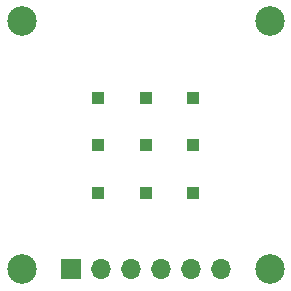
<source format=gbr>
%TF.GenerationSoftware,KiCad,Pcbnew,(6.0.7)*%
%TF.CreationDate,2022-08-07T18:23:06-05:00*%
%TF.ProjectId,ADS1219,41445331-3231-4392-9e6b-696361645f70,4*%
%TF.SameCoordinates,Original*%
%TF.FileFunction,Soldermask,Bot*%
%TF.FilePolarity,Negative*%
%FSLAX46Y46*%
G04 Gerber Fmt 4.6, Leading zero omitted, Abs format (unit mm)*
G04 Created by KiCad (PCBNEW (6.0.7)) date 2022-08-07 18:23:06*
%MOMM*%
%LPD*%
G01*
G04 APERTURE LIST*
%ADD10R,1.000000X1.000000*%
%ADD11C,2.500000*%
%ADD12R,1.700000X1.700000*%
%ADD13O,1.700000X1.700000*%
G04 APERTURE END LIST*
D10*
%TO.C,TP9*%
X166500000Y-90500000D03*
%TD*%
%TO.C,TP8*%
X170500000Y-90500000D03*
%TD*%
%TO.C,TP7*%
X174500000Y-90500000D03*
%TD*%
%TO.C,TP6*%
X166500000Y-86500000D03*
%TD*%
%TO.C,TP5*%
X170500000Y-86500000D03*
%TD*%
%TO.C,TP4*%
X174500000Y-86500000D03*
%TD*%
%TO.C,TP3*%
X166500000Y-82500000D03*
%TD*%
%TO.C,TP2*%
X170500000Y-82500000D03*
%TD*%
%TO.C,TP1*%
X174500000Y-82500000D03*
%TD*%
D11*
%TO.C,H2*%
X181000000Y-76000000D03*
%TD*%
%TO.C,H1*%
X160000000Y-76000000D03*
%TD*%
%TO.C,H4*%
X181000000Y-97000000D03*
%TD*%
%TO.C,H3*%
X160020000Y-97000000D03*
%TD*%
D12*
%TO.C,J2*%
X164150000Y-97000000D03*
D13*
X166690000Y-97000000D03*
X169230000Y-97000000D03*
X171770000Y-97000000D03*
X174310000Y-97000000D03*
X176850000Y-97000000D03*
%TD*%
M02*

</source>
